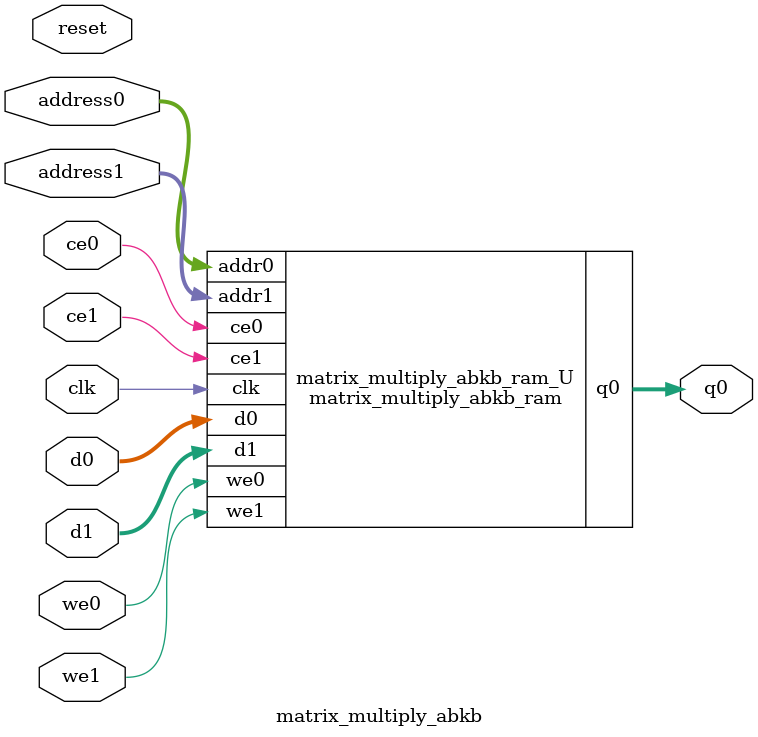
<source format=v>
`timescale 1 ns / 1 ps
module matrix_multiply_abkb_ram (addr0, ce0, d0, we0, q0, addr1, ce1, d1, we1,  clk);

parameter DWIDTH = 32;
parameter AWIDTH = 4;
parameter MEM_SIZE = 9;

input[AWIDTH-1:0] addr0;
input ce0;
input[DWIDTH-1:0] d0;
input we0;
output reg[DWIDTH-1:0] q0;
input[AWIDTH-1:0] addr1;
input ce1;
input[DWIDTH-1:0] d1;
input we1;
input clk;

(* ram_style = "block" *)reg [DWIDTH-1:0] ram[0:MEM_SIZE-1];




always @(posedge clk)  
begin 
    if (ce0) begin
        if (we0) 
            ram[addr0] <= d0; 
        q0 <= ram[addr0];
    end
end


always @(posedge clk)  
begin 
    if (ce1) begin
        if (we1) 
            ram[addr1] <= d1; 
    end
end


endmodule

`timescale 1 ns / 1 ps
module matrix_multiply_abkb(
    reset,
    clk,
    address0,
    ce0,
    we0,
    d0,
    q0,
    address1,
    ce1,
    we1,
    d1);

parameter DataWidth = 32'd32;
parameter AddressRange = 32'd9;
parameter AddressWidth = 32'd4;
input reset;
input clk;
input[AddressWidth - 1:0] address0;
input ce0;
input we0;
input[DataWidth - 1:0] d0;
output[DataWidth - 1:0] q0;
input[AddressWidth - 1:0] address1;
input ce1;
input we1;
input[DataWidth - 1:0] d1;



matrix_multiply_abkb_ram matrix_multiply_abkb_ram_U(
    .clk( clk ),
    .addr0( address0 ),
    .ce0( ce0 ),
    .we0( we0 ),
    .d0( d0 ),
    .q0( q0 ),
    .addr1( address1 ),
    .ce1( ce1 ),
    .we1( we1 ),
    .d1( d1 ));

endmodule


</source>
